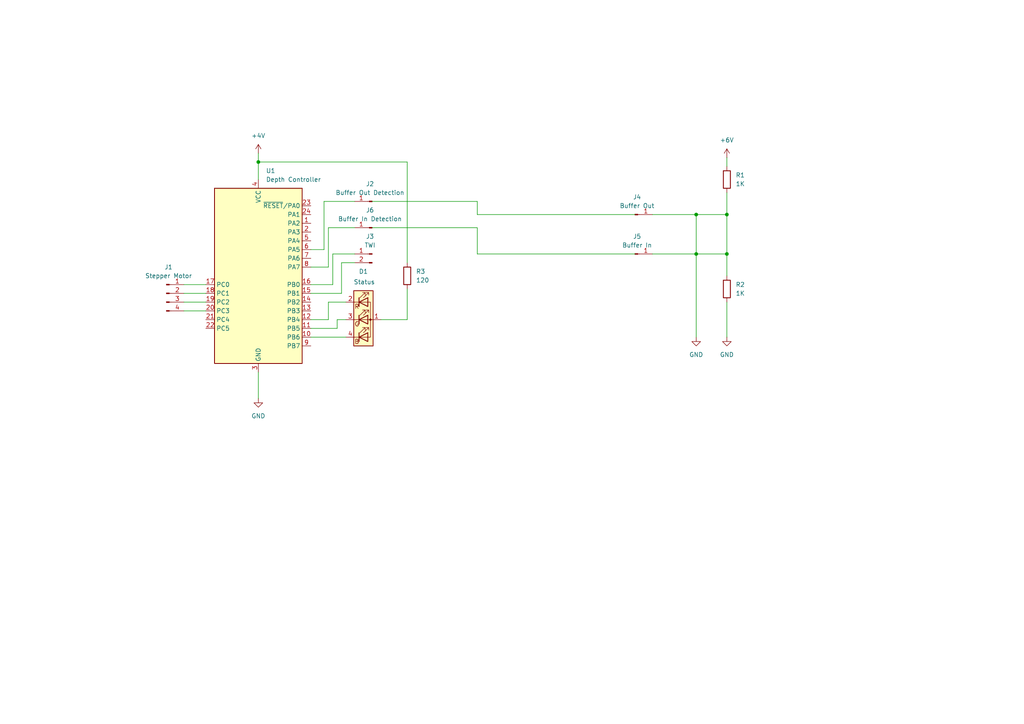
<source format=kicad_sch>
(kicad_sch (version 20231120) (generator "eeschema") (generator_version "8.0")
  (paper "A4")
  (lib_symbols
    (symbol "Connector:Conn_01x01_Pin" (pin_names (offset 1.016) hide)
      (property "Reference" "J" (at 0 2.54 0))
      (property "Value" "Conn_01x01_Pin" (at 0 -2.54 0))
      (symbol "Conn_01x01_Pin_1_1"
        (polyline (pts (xy 1.27 0) (xy 0.8636 0)) (stroke (width 0.1524)))
        (rectangle (start 0.8636 0.127) (end 0 -0.127) (stroke (width 0.1524)) (fill (type outline)))
        (pin passive line (at 5.08 0 180) (length 3.81) (name "Pin_1") (number "1"))
      )
    )
    (symbol "Connector:Conn_01x02_Pin" (pin_names (offset 1.016) hide)
      (property "Reference" "J" (at 0 2.54 0))
      (property "Value" "Conn_01x02_Pin" (at 0 -5.08 0))
      (symbol "Conn_01x02_Pin_1_1"
        (polyline (pts (xy 1.27 -2.54) (xy 0.8636 -2.54)) (stroke (width 0.1524)))
        (polyline (pts (xy 1.27 0) (xy 0.8636 0)) (stroke (width 0.1524)))
        (rectangle (start 0.8636 -2.413) (end 0 -2.667) (stroke (width 0.1524)) (fill (type outline)))
        (rectangle (start 0.8636 0.127) (end 0 -0.127) (stroke (width 0.1524)) (fill (type outline)))
        (pin passive line (at 5.08 0 180) (length 3.81) (name "Pin_1") (number "1"))
        (pin passive line (at 5.08 -2.54 180) (length 3.81) (name "Pin_2") (number "2"))
      )
    )
    (symbol "Connector:Conn_01x04_Pin" (pin_names (offset 1.016) hide)
      (property "Reference" "J" (at 0 5.08 0))
      (property "Value" "Conn_01x04_Pin" (at 0 -7.62 0))
      (symbol "Conn_01x04_Pin_1_1"
        (polyline (pts (xy 1.27 -5.08) (xy 0.8636 -5.08)) (stroke (width 0.1524)))
        (polyline (pts (xy 1.27 -2.54) (xy 0.8636 -2.54)) (stroke (width 0.1524)))
        (polyline (pts (xy 1.27 0) (xy 0.8636 0)) (stroke (width 0.1524)))
        (polyline (pts (xy 1.27 2.54) (xy 0.8636 2.54)) (stroke (width 0.1524)))
        (rectangle (start 0.8636 -4.953) (end 0 -5.207) (stroke (width 0.1524)) (fill (type outline)))
        (rectangle (start 0.8636 -2.413) (end 0 -2.667) (stroke (width 0.1524)) (fill (type outline)))
        (rectangle (start 0.8636 0.127) (end 0 -0.127) (stroke (width 0.1524)) (fill (type outline)))
        (rectangle (start 0.8636 2.667) (end 0 2.413) (stroke (width 0.1524)) (fill (type outline)))
        (pin passive line (at 5.08 2.54 180) (length 3.81) (name "Pin_1") (number "1"))
        (pin passive line (at 5.08 0 180) (length 3.81) (name "Pin_2") (number "2"))
        (pin passive line (at 5.08 -2.54 180) (length 3.81) (name "Pin_3") (number "3"))
        (pin passive line (at 5.08 -5.08 180) (length 3.81) (name "Pin_4") (number "4"))
      )
    )
    (symbol "Device:LED_ARGB" (pin_names (offset 0) hide)
      (property "Reference" "D" (at 0 9.398 0))
      (property "Value" "LED_ARGB" (at 0 -8.89 0))
      (symbol "LED_ARGB_0_0"
        (text "B" (at -1.905 -6.35 0) (effects (font (size 1.27 1.27))))
        (text "G" (at -1.905 -1.27 0) (effects (font (size 1.27 1.27))))
        (text "R" (at -1.905 3.81 0) (effects (font (size 1.27 1.27))))
      )
      (symbol "LED_ARGB_0_1"
        (polyline (pts (xy -1.27 -5.08) (xy -2.54 -5.08)))
        (polyline (pts (xy -1.27 -5.08) (xy 1.27 -5.08)))
        (polyline (pts (xy -1.27 -3.81) (xy -1.27 -6.35)) (stroke (width 0.254)))
        (polyline (pts (xy -1.27 0) (xy -2.54 0)))
        (polyline (pts (xy -1.27 1.27) (xy -1.27 -1.27)) (stroke (width 0.254)))
        (polyline (pts (xy -1.27 5.08) (xy -2.54 5.08)))
        (polyline (pts (xy -1.27 5.08) (xy 1.27 5.08)))
        (polyline (pts (xy -1.27 6.35) (xy -1.27 3.81)) (stroke (width 0.254)))
        (polyline (pts (xy 1.27 0) (xy -1.27 0)))
        (polyline (pts (xy 1.27 0) (xy 2.54 0)))
        (polyline (pts (xy -1.27 1.27) (xy -1.27 -1.27) (xy -1.27 -1.27)))
        (polyline (pts (xy -1.27 6.35) (xy -1.27 3.81) (xy -1.27 3.81)))
        (polyline (pts (xy 1.27 -5.08) (xy 2.032 -5.08) (xy 2.032 5.08) (xy 1.27 5.08)))
        (polyline (pts (xy 1.27 -3.81) (xy 1.27 -6.35) (xy -1.27 -5.08) (xy 1.27 -3.81)) (stroke (width 0.254)))
        (polyline (pts (xy 1.27 1.27) (xy 1.27 -1.27) (xy -1.27 0) (xy 1.27 1.27)) (stroke (width 0.254)))
        (polyline (pts (xy 1.27 6.35) (xy 1.27 3.81) (xy -1.27 5.08) (xy 1.27 6.35)) (stroke (width 0.254)))
        (polyline (pts (xy -1.016 -3.81) (xy 0.508 -2.286) (xy -0.254 -2.286) (xy 0.508 -2.286) (xy 0.508 -3.048)))
        (polyline (pts (xy -1.016 1.27) (xy 0.508 2.794) (xy -0.254 2.794) (xy 0.508 2.794) (xy 0.508 2.032)))
        (polyline (pts (xy -1.016 6.35) (xy 0.508 7.874) (xy -0.254 7.874) (xy 0.508 7.874) (xy 0.508 7.112)))
        (polyline (pts (xy 0 -3.81) (xy 1.524 -2.286) (xy 0.762 -2.286) (xy 1.524 -2.286) (xy 1.524 -3.048)))
        (polyline (pts (xy 0 1.27) (xy 1.524 2.794) (xy 0.762 2.794) (xy 1.524 2.794) (xy 1.524 2.032)))
        (polyline (pts (xy 0 6.35) (xy 1.524 7.874) (xy 0.762 7.874) (xy 1.524 7.874) (xy 1.524 7.112)))
        (rectangle (start 1.27 -1.27) (end 1.27 1.27))
        (rectangle (start 1.27 1.27) (end 1.27 1.27))
        (rectangle (start 1.27 3.81) (end 1.27 6.35))
        (rectangle (start 1.27 6.35) (end 1.27 6.35))
        (circle (center 2.032 0) (radius 0.254) (fill (type outline)))
        (rectangle (start 2.794 8.382) (end -2.794 -7.62) (stroke (width 0.254)) (fill (type background)))
      )
      (symbol "LED_ARGB_1_1"
        (pin passive line (at 5.08 0 180) (length 2.54) (name "A") (number "1"))
        (pin passive line (at -5.08 5.08 0) (length 2.54) (name "RK") (number "2"))
        (pin passive line (at -5.08 0 0) (length 2.54) (name "GK") (number "3"))
        (pin passive line (at -5.08 -5.08 0) (length 2.54) (name "BK") (number "4"))
      )
    )
    (symbol "Device:R" (pin_numbers hide) (pin_names (offset 0))
      (property "Reference" "R" (at 2.032 0 90))
      (property "Value" "R" (at 0 0 90))
      (symbol "R_0_1"
        (rectangle (start -1.016 -2.54) (end 1.016 2.54) (stroke (width 0.254)))
      )
      (symbol "R_1_1"
        (pin passive line (at 0 3.81 270) (length 1.27) (name "~") (number "1"))
        (pin passive line (at 0 -3.81 90) (length 1.27) (name "~") (number "2"))
      )
    )
    (symbol "MCU_Microchip_ATtiny:ATtiny1627-M"
      (property "Reference" "U" (at -12.7 26.67 0))
      (property "Value" "ATtiny1627-M" (at 2.54 -26.67 0))
      (symbol "ATtiny1627-M_0_1"
        (rectangle (start -12.7 -25.4) (end 12.7 25.4) (stroke (width 0.254)) (fill (type background)))
      )
      (symbol "ATtiny1627-M_1_1"
        (pin bidirectional line (at 15.24 15.24 180) (length 2.54) (name "PA2") (number "1"))
        (pin bidirectional line (at 15.24 -17.78 180) (length 2.54) (name "PB6") (number "10"))
        (pin bidirectional line (at 15.24 -15.24 180) (length 2.54) (name "PB5") (number "11"))
        (pin bidirectional line (at 15.24 -12.7 180) (length 2.54) (name "PB4") (number "12"))
        (pin bidirectional line (at 15.24 -10.16 180) (length 2.54) (name "PB3") (number "13"))
        (pin bidirectional line (at 15.24 -7.62 180) (length 2.54) (name "PB2") (number "14"))
        (pin bidirectional line (at 15.24 -5.08 180) (length 2.54) (name "PB1") (number "15"))
        (pin bidirectional line (at 15.24 -2.54 180) (length 2.54) (name "PB0") (number "16"))
        (pin bidirectional line (at -15.24 -2.54 0) (length 2.54) (name "PC0") (number "17"))
        (pin bidirectional line (at -15.24 -5.08 0) (length 2.54) (name "PC1") (number "18"))
        (pin bidirectional line (at -15.24 -7.62 0) (length 2.54) (name "PC2") (number "19"))
        (pin bidirectional line (at 15.24 12.7 180) (length 2.54) (name "PA3") (number "2"))
        (pin bidirectional line (at -15.24 -10.16 0) (length 2.54) (name "PC3") (number "20"))
        (pin bidirectional line (at -15.24 -12.7 0) (length 2.54) (name "PC4") (number "21"))
        (pin bidirectional line (at -15.24 -15.24 0) (length 2.54) (name "PC5") (number "22"))
        (pin bidirectional line (at 15.24 20.32 180) (length 2.54) (name "~{RESET}/PA0") (number "23"))
        (pin bidirectional line (at 15.24 17.78 180) (length 2.54) (name "PA1") (number "24"))
        (pin passive line (at 0 -27.94 90) (length 2.54) hide (name "GND") (number "25"))
        (pin power_in line (at 0 -27.94 90) (length 2.54) (name "GND") (number "3"))
        (pin power_in line (at 0 27.94 270) (length 2.54) (name "VCC") (number "4"))
        (pin bidirectional line (at 15.24 10.16 180) (length 2.54) (name "PA4") (number "5"))
        (pin bidirectional line (at 15.24 7.62 180) (length 2.54) (name "PA5") (number "6"))
        (pin bidirectional line (at 15.24 5.08 180) (length 2.54) (name "PA6") (number "7"))
        (pin bidirectional line (at 15.24 2.54 180) (length 2.54) (name "PA7") (number "8"))
        (pin bidirectional line (at 15.24 -20.32 180) (length 2.54) (name "PB7") (number "9"))
      )
    )
    (symbol "power:+4V" (power) (pin_numbers hide) (pin_names (offset 0) hide)
      (property "Value" "+4V" (at 0 3.556 0))
      (symbol "+4V_0_1"
        (polyline (pts (xy -0.762 1.27) (xy 0 2.54)))
        (polyline (pts (xy 0 0) (xy 0 2.54)))
        (polyline (pts (xy 0 2.54) (xy 0.762 1.27)))
      )
      (symbol "+4V_1_1"
        (pin power_in line (at 0 0 90) (length 0) (name "~") (number "1"))
      )
    )
    (symbol "power:+6V" (power) (pin_numbers hide) (pin_names (offset 0) hide)
      (property "Value" "+6V" (at 0 3.556 0))
      (symbol "+6V_0_1"
        (polyline (pts (xy -0.762 1.27) (xy 0 2.54)))
        (polyline (pts (xy 0 0) (xy 0 2.54)))
        (polyline (pts (xy 0 2.54) (xy 0.762 1.27)))
      )
      (symbol "+6V_1_1"
        (pin power_in line (at 0 0 90) (length 0) (name "~") (number "1"))
      )
    )
    (symbol "power:GND" (power) (pin_numbers hide) (pin_names (offset 0) hide)
      (property "Value" "GND" (at 0 -3.81 0))
      (symbol "GND_0_1"
        (polyline (pts (xy 0 0) (xy 0 -1.27) (xy 1.27 -1.27) (xy 0 -2.54) (xy -1.27 -1.27) (xy 0 -1.27)))
      )
      (symbol "GND_1_1"
        (pin power_in line (at 0 0 270) (length 0) (name "~") (number "1"))
      )
    )
  )
  (junction (at 210.82 62.23))
  (junction (at 201.93 62.23))
  (junction (at 74.93 46.99))
  (junction (at 201.93 73.66))
  (junction (at 210.82 73.66))
  (wire (pts (xy 201.93 73.66) (xy 201.93 97.79)))
  (wire (pts (xy 53.34 87.63) (xy 59.69 87.63)))
  (wire (pts (xy 74.93 46.99) (xy 74.93 52.07)))
  (wire (pts (xy 201.93 62.23) (xy 210.82 62.23)))
  (wire (pts (xy 118.11 46.99) (xy 118.11 76.2)))
  (wire (pts (xy 118.11 83.82) (xy 118.11 92.71)))
  (wire (pts (xy 90.17 95.25) (xy 97.79 95.25)))
  (wire (pts (xy 138.43 73.66) (xy 184.15 73.66)))
  (wire (pts (xy 90.17 97.79) (xy 100.33 97.79)))
  (wire (pts (xy 97.79 92.71) (xy 100.33 92.71)))
  (wire (pts (xy 97.79 95.25) (xy 97.79 92.71)))
  (wire (pts (xy 74.93 44.45) (xy 74.93 46.99)))
  (wire (pts (xy 90.17 77.47) (xy 95.25 77.47)))
  (wire (pts (xy 201.93 73.66) (xy 210.82 73.66)))
  (wire (pts (xy 189.23 73.66) (xy 201.93 73.66)))
  (wire (pts (xy 189.23 62.23) (xy 201.93 62.23)))
  (wire (pts (xy 138.43 66.04) (xy 138.43 73.66)))
  (wire (pts (xy 90.17 92.71) (xy 95.25 92.71)))
  (wire (pts (xy 96.52 73.66) (xy 102.87 73.66)))
  (wire (pts (xy 96.52 82.55) (xy 96.52 73.66)))
  (wire (pts (xy 95.25 92.71) (xy 95.25 87.63)))
  (wire (pts (xy 138.43 58.42) (xy 138.43 62.23)))
  (wire (pts (xy 138.43 62.23) (xy 184.15 62.23)))
  (wire (pts (xy 210.82 45.72) (xy 210.82 48.26)))
  (wire (pts (xy 90.17 85.09) (xy 99.06 85.09)))
  (wire (pts (xy 99.06 85.09) (xy 99.06 76.2)))
  (wire (pts (xy 53.34 90.17) (xy 59.69 90.17)))
  (wire (pts (xy 90.17 72.39) (xy 93.98 72.39)))
  (wire (pts (xy 95.25 87.63) (xy 100.33 87.63)))
  (wire (pts (xy 210.82 87.63) (xy 210.82 97.79)))
  (wire (pts (xy 90.17 82.55) (xy 96.52 82.55)))
  (wire (pts (xy 107.95 58.42) (xy 138.43 58.42)))
  (wire (pts (xy 93.98 58.42) (xy 102.87 58.42)))
  (wire (pts (xy 210.82 73.66) (xy 210.82 80.01)))
  (wire (pts (xy 99.06 76.2) (xy 102.87 76.2)))
  (wire (pts (xy 210.82 62.23) (xy 210.82 73.66)))
  (wire (pts (xy 107.95 66.04) (xy 138.43 66.04)))
  (wire (pts (xy 74.93 107.95) (xy 74.93 115.57)))
  (wire (pts (xy 201.93 62.23) (xy 201.93 73.66)))
  (wire (pts (xy 110.49 92.71) (xy 118.11 92.71)))
  (wire (pts (xy 93.98 72.39) (xy 93.98 58.42)))
  (wire (pts (xy 95.25 66.04) (xy 102.87 66.04)))
  (wire (pts (xy 53.34 82.55) (xy 59.69 82.55)))
  (wire (pts (xy 74.93 46.99) (xy 118.11 46.99)))
  (wire (pts (xy 53.34 85.09) (xy 59.69 85.09)))
  (wire (pts (xy 210.82 55.88) (xy 210.82 62.23)))
  (wire (pts (xy 95.25 77.47) (xy 95.25 66.04)))
  (symbol (lib_id "Device:R") (at 118.11 80.01 0) (unit 1)
    (property "Reference" "R3" (at 120.65 78.7399 0) (effects (justify left)))
    (property "Value" "120" (at 120.65 81.2799 0) (effects (justify left)))
    (property "Description" "Resistor" (effects (hide yes)))
  )
  (symbol (lib_id "power:GND") (at 210.82 97.79 0) (unit 1)
    (property "Reference" "#PWR04" (effects (hide yes)))
    (property "Value" "GND" (at 210.82 102.87 0))
    (property "Description" "Power symbol creates a global label with name \"GND\" , ground" (effects (hide yes)))
  )
  (symbol (lib_id "Connector:Conn_01x04_Pin") (at 48.26 85.09 0) (unit 1)
    (property "Reference" "J1" (at 48.895 77.47 0))
    (property "Value" "Stepper Motor" (at 48.895 80.01 0))
    (property "Description" "Generic connector, single row, 01x04, script generated" (effects (hide yes)))
  )
  (symbol (lib_id "Device:LED_ARGB") (at 105.41 92.71 0) (unit 1)
    (property "Reference" "D1" (at 105.41 78.74 0))
    (property "Value" "Status" (at 105.664 81.788 0))
    (property "Description" "RGB LED, anode/red/green/blue" (effects (hide yes)))
  )
  (symbol (lib_id "power:+4V") (at 74.93 44.45 0) (unit 1)
    (property "Reference" "#PWR01" (effects (hide yes)))
    (property "Value" "+4V" (at 74.93 39.37 0))
    (property "Description" "Power symbol creates a global label with name \"+4V\"" (effects (hide yes)))
  )
  (symbol (lib_id "Connector:Conn_01x01_Pin") (at 184.15 62.23 0) (unit 1)
    (property "Reference" "J4" (at 184.785 57.15 0))
    (property "Value" "Buffer Out" (at 184.785 59.69 0))
    (property "Description" "Generic connector, single row, 01x01, script generated" (effects (hide yes)))
  )
  (symbol (lib_id "power:GND") (at 74.93 115.57 0) (unit 1)
    (property "Reference" "#PWR03" (effects (hide yes)))
    (property "Value" "GND" (at 74.93 120.65 0))
    (property "Description" "Power symbol creates a global label with name \"GND\" , ground" (effects (hide yes)))
  )
  (symbol (lib_id "Device:R") (at 210.82 83.82 0) (unit 1)
    (property "Reference" "R2" (at 213.36 82.5499 0) (effects (justify left)))
    (property "Value" "1K" (at 213.36 85.0899 0) (effects (justify left)))
    (property "Description" "Resistor" (effects (hide yes)))
  )
  (symbol (lib_id "power:+6V") (at 210.82 45.72 0) (unit 1)
    (property "Reference" "#PWR02" (effects (hide yes)))
    (property "Value" "+6V" (at 210.82 40.64 0))
    (property "Description" "Power symbol creates a global label with name \"+6V\"" (effects (hide yes)))
  )
  (symbol (lib_id "power:GND") (at 201.93 97.79 0) (unit 1)
    (property "Reference" "#PWR05" (effects (hide yes)))
    (property "Value" "GND" (at 201.93 102.87 0))
    (property "Description" "Power symbol creates a global label with name \"GND\" , ground" (effects (hide yes)))
  )
  (symbol (lib_id "Connector:Conn_01x01_Pin") (at 107.95 58.42 0) (mirror y) (unit 1)
    (property "Reference" "J2" (at 107.315 53.34 0))
    (property "Value" "Buffer Out Detection" (at 107.315 55.88 0))
    (property "Description" "Generic connector, single row, 01x01, script generated" (effects (hide yes)))
  )
  (symbol (lib_id "MCU_Microchip_ATtiny:ATtiny1627-M") (at 74.93 80.01 0) (unit 1)
    (property "Reference" "U1" (at 77.1241 49.53 0) (effects (justify left)))
    (property "Value" "Depth Controller" (at 77.1241 52.07 0) (effects (justify left)))
    (property "Footprint" "Package_DFN_QFN:QFN-24-1EP_4x4mm_P0.5mm_EP2.6x2.6mm" (effects (hide yes)))
    (property "Datasheet" "https://ww1.microchip.com/downloads/en/DeviceDoc/ATtiny1624-26-27-DataSheet-DS40002234A.pdf" (effects (hide yes)))
    (property "Description" "20MHz, 16kB Flash, 2kB SRAM, 256B EEPROM, VQFN-24" (effects (hide yes)))
  )
  (symbol (lib_id "Connector:Conn_01x01_Pin") (at 184.15 73.66 0) (unit 1)
    (property "Reference" "J5" (at 184.785 68.58 0))
    (property "Value" "Buffer In" (at 184.785 71.12 0))
    (property "Description" "Generic connector, single row, 01x01, script generated" (effects (hide yes)))
  )
  (symbol (lib_id "Connector:Conn_01x02_Pin") (at 107.95 73.66 0) (mirror y) (unit 1)
    (property "Reference" "J3" (at 107.315 68.58 0))
    (property "Value" "TWI" (at 107.315 71.12 0))
    (property "Description" "Generic connector, single row, 01x02, script generated" (effects (hide yes)))
  )
  (symbol (lib_id "Device:R") (at 210.82 52.07 0) (unit 1)
    (property "Reference" "R1" (at 213.36 50.7999 0) (effects (justify left)))
    (property "Value" "1K" (at 213.36 53.3399 0) (effects (justify left)))
    (property "Description" "Resistor" (effects (hide yes)))
  )
  (symbol (lib_id "Connector:Conn_01x01_Pin") (at 107.95 66.04 0) (mirror y) (unit 1)
    (property "Reference" "J6" (at 107.315 60.96 0))
    (property "Value" "Buffer In Detection" (at 107.315 63.5 0))
    (property "Description" "Generic connector, single row, 01x01, script generated" (effects (hide yes)))
  )
)
</source>
